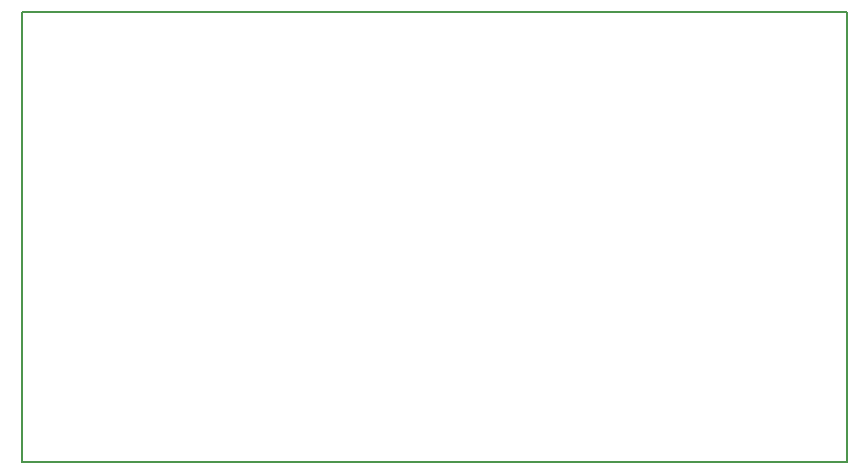
<source format=gbr>
G04 #@! TF.GenerationSoftware,KiCad,Pcbnew,5.0.2-bee76a0~70~ubuntu16.04.1*
G04 #@! TF.CreationDate,2019-02-11T12:56:34+03:00*
G04 #@! TF.ProjectId,esp12ef-ver1,65737031-3265-4662-9d76-6572312e6b69,rev?*
G04 #@! TF.SameCoordinates,Original*
G04 #@! TF.FileFunction,Profile,NP*
%FSLAX46Y46*%
G04 Gerber Fmt 4.6, Leading zero omitted, Abs format (unit mm)*
G04 Created by KiCad (PCBNEW 5.0.2-bee76a0~70~ubuntu16.04.1) date Пн 11 фев 2019 12:56:34*
%MOMM*%
%LPD*%
G01*
G04 APERTURE LIST*
%ADD10C,0.150000*%
G04 APERTURE END LIST*
D10*
X95250000Y-66040000D02*
X95250000Y-67310000D01*
X165100000Y-66040000D02*
X95250000Y-66040000D01*
X165100000Y-104140000D02*
X165100000Y-66040000D01*
X95250000Y-104140000D02*
X165100000Y-104140000D01*
X95250000Y-67310000D02*
X95250000Y-104140000D01*
M02*

</source>
